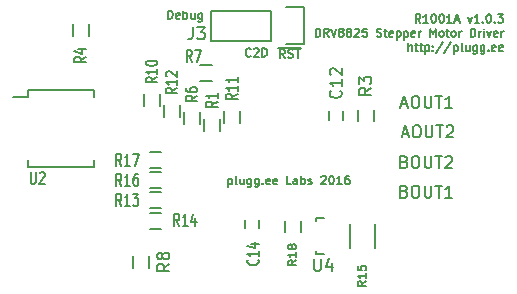
<source format=gbr>
G04 #@! TF.FileFunction,Legend,Top*
%FSLAX46Y46*%
G04 Gerber Fmt 4.6, Leading zero omitted, Abs format (unit mm)*
G04 Created by KiCad (PCBNEW 4.0.3+e1-6302~38~ubuntu14.04.1-stable) date Fri Dec  9 13:09:20 2016*
%MOMM*%
%LPD*%
G01*
G04 APERTURE LIST*
%ADD10C,0.100000*%
%ADD11C,0.150000*%
%ADD12C,0.200000*%
G04 APERTURE END LIST*
D10*
D11*
X150791667Y-74416667D02*
X150558333Y-74083333D01*
X150391667Y-74416667D02*
X150391667Y-73716667D01*
X150658333Y-73716667D01*
X150725000Y-73750000D01*
X150758333Y-73783333D01*
X150791667Y-73850000D01*
X150791667Y-73950000D01*
X150758333Y-74016667D01*
X150725000Y-74050000D01*
X150658333Y-74083333D01*
X150391667Y-74083333D01*
X151058333Y-74383333D02*
X151158333Y-74416667D01*
X151325000Y-74416667D01*
X151391667Y-74383333D01*
X151425000Y-74350000D01*
X151458333Y-74283333D01*
X151458333Y-74216667D01*
X151425000Y-74150000D01*
X151391667Y-74116667D01*
X151325000Y-74083333D01*
X151191667Y-74050000D01*
X151125000Y-74016667D01*
X151091667Y-73983333D01*
X151058333Y-73916667D01*
X151058333Y-73850000D01*
X151091667Y-73783333D01*
X151125000Y-73750000D01*
X151191667Y-73716667D01*
X151358333Y-73716667D01*
X151458333Y-73750000D01*
X151658334Y-73716667D02*
X152058334Y-73716667D01*
X151858334Y-74416667D02*
X151858334Y-73716667D01*
X150225000Y-73596000D02*
X152125000Y-73596000D01*
X147891667Y-74250000D02*
X147858333Y-74283333D01*
X147758333Y-74316667D01*
X147691667Y-74316667D01*
X147591667Y-74283333D01*
X147525000Y-74216667D01*
X147491667Y-74150000D01*
X147458333Y-74016667D01*
X147458333Y-73916667D01*
X147491667Y-73783333D01*
X147525000Y-73716667D01*
X147591667Y-73650000D01*
X147691667Y-73616667D01*
X147758333Y-73616667D01*
X147858333Y-73650000D01*
X147891667Y-73683333D01*
X148158333Y-73683333D02*
X148191667Y-73650000D01*
X148258333Y-73616667D01*
X148425000Y-73616667D01*
X148491667Y-73650000D01*
X148525000Y-73683333D01*
X148558333Y-73750000D01*
X148558333Y-73816667D01*
X148525000Y-73916667D01*
X148125000Y-74316667D01*
X148558333Y-74316667D01*
X148858334Y-74316667D02*
X148858334Y-73616667D01*
X149025000Y-73616667D01*
X149125000Y-73650000D01*
X149191667Y-73716667D01*
X149225000Y-73783333D01*
X149258334Y-73916667D01*
X149258334Y-74016667D01*
X149225000Y-74150000D01*
X149191667Y-74216667D01*
X149125000Y-74283333D01*
X149025000Y-74316667D01*
X148858334Y-74316667D01*
X140891667Y-71116667D02*
X140891667Y-70416667D01*
X141058333Y-70416667D01*
X141158333Y-70450000D01*
X141225000Y-70516667D01*
X141258333Y-70583333D01*
X141291667Y-70716667D01*
X141291667Y-70816667D01*
X141258333Y-70950000D01*
X141225000Y-71016667D01*
X141158333Y-71083333D01*
X141058333Y-71116667D01*
X140891667Y-71116667D01*
X141858333Y-71083333D02*
X141791667Y-71116667D01*
X141658333Y-71116667D01*
X141591667Y-71083333D01*
X141558333Y-71016667D01*
X141558333Y-70750000D01*
X141591667Y-70683333D01*
X141658333Y-70650000D01*
X141791667Y-70650000D01*
X141858333Y-70683333D01*
X141891667Y-70750000D01*
X141891667Y-70816667D01*
X141558333Y-70883333D01*
X142191667Y-71116667D02*
X142191667Y-70416667D01*
X142191667Y-70683333D02*
X142258333Y-70650000D01*
X142391667Y-70650000D01*
X142458333Y-70683333D01*
X142491667Y-70716667D01*
X142525000Y-70783333D01*
X142525000Y-70983333D01*
X142491667Y-71050000D01*
X142458333Y-71083333D01*
X142391667Y-71116667D01*
X142258333Y-71116667D01*
X142191667Y-71083333D01*
X143125000Y-70650000D02*
X143125000Y-71116667D01*
X142825000Y-70650000D02*
X142825000Y-71016667D01*
X142858333Y-71083333D01*
X142925000Y-71116667D01*
X143025000Y-71116667D01*
X143091666Y-71083333D01*
X143125000Y-71050000D01*
X143758333Y-70650000D02*
X143758333Y-71216667D01*
X143724999Y-71283333D01*
X143691666Y-71316667D01*
X143624999Y-71350000D01*
X143524999Y-71350000D01*
X143458333Y-71316667D01*
X143758333Y-71083333D02*
X143691666Y-71116667D01*
X143558333Y-71116667D01*
X143491666Y-71083333D01*
X143458333Y-71050000D01*
X143424999Y-70983333D01*
X143424999Y-70783333D01*
X143458333Y-70716667D01*
X143491666Y-70683333D01*
X143558333Y-70650000D01*
X143691666Y-70650000D01*
X143758333Y-70683333D01*
D12*
X160886905Y-85728571D02*
X161029762Y-85776190D01*
X161077381Y-85823810D01*
X161125000Y-85919048D01*
X161125000Y-86061905D01*
X161077381Y-86157143D01*
X161029762Y-86204762D01*
X160934524Y-86252381D01*
X160553571Y-86252381D01*
X160553571Y-85252381D01*
X160886905Y-85252381D01*
X160982143Y-85300000D01*
X161029762Y-85347619D01*
X161077381Y-85442857D01*
X161077381Y-85538095D01*
X161029762Y-85633333D01*
X160982143Y-85680952D01*
X160886905Y-85728571D01*
X160553571Y-85728571D01*
X161744047Y-85252381D02*
X161934524Y-85252381D01*
X162029762Y-85300000D01*
X162125000Y-85395238D01*
X162172619Y-85585714D01*
X162172619Y-85919048D01*
X162125000Y-86109524D01*
X162029762Y-86204762D01*
X161934524Y-86252381D01*
X161744047Y-86252381D01*
X161648809Y-86204762D01*
X161553571Y-86109524D01*
X161505952Y-85919048D01*
X161505952Y-85585714D01*
X161553571Y-85395238D01*
X161648809Y-85300000D01*
X161744047Y-85252381D01*
X162601190Y-85252381D02*
X162601190Y-86061905D01*
X162648809Y-86157143D01*
X162696428Y-86204762D01*
X162791666Y-86252381D01*
X162982143Y-86252381D01*
X163077381Y-86204762D01*
X163125000Y-86157143D01*
X163172619Y-86061905D01*
X163172619Y-85252381D01*
X163505952Y-85252381D02*
X164077381Y-85252381D01*
X163791666Y-86252381D02*
X163791666Y-85252381D01*
X164934524Y-86252381D02*
X164363095Y-86252381D01*
X164648809Y-86252381D02*
X164648809Y-85252381D01*
X164553571Y-85395238D01*
X164458333Y-85490476D01*
X164363095Y-85538095D01*
X160886905Y-83228571D02*
X161029762Y-83276190D01*
X161077381Y-83323810D01*
X161125000Y-83419048D01*
X161125000Y-83561905D01*
X161077381Y-83657143D01*
X161029762Y-83704762D01*
X160934524Y-83752381D01*
X160553571Y-83752381D01*
X160553571Y-82752381D01*
X160886905Y-82752381D01*
X160982143Y-82800000D01*
X161029762Y-82847619D01*
X161077381Y-82942857D01*
X161077381Y-83038095D01*
X161029762Y-83133333D01*
X160982143Y-83180952D01*
X160886905Y-83228571D01*
X160553571Y-83228571D01*
X161744047Y-82752381D02*
X161934524Y-82752381D01*
X162029762Y-82800000D01*
X162125000Y-82895238D01*
X162172619Y-83085714D01*
X162172619Y-83419048D01*
X162125000Y-83609524D01*
X162029762Y-83704762D01*
X161934524Y-83752381D01*
X161744047Y-83752381D01*
X161648809Y-83704762D01*
X161553571Y-83609524D01*
X161505952Y-83419048D01*
X161505952Y-83085714D01*
X161553571Y-82895238D01*
X161648809Y-82800000D01*
X161744047Y-82752381D01*
X162601190Y-82752381D02*
X162601190Y-83561905D01*
X162648809Y-83657143D01*
X162696428Y-83704762D01*
X162791666Y-83752381D01*
X162982143Y-83752381D01*
X163077381Y-83704762D01*
X163125000Y-83657143D01*
X163172619Y-83561905D01*
X163172619Y-82752381D01*
X163505952Y-82752381D02*
X164077381Y-82752381D01*
X163791666Y-83752381D02*
X163791666Y-82752381D01*
X164363095Y-82847619D02*
X164410714Y-82800000D01*
X164505952Y-82752381D01*
X164744048Y-82752381D01*
X164839286Y-82800000D01*
X164886905Y-82847619D01*
X164934524Y-82942857D01*
X164934524Y-83038095D01*
X164886905Y-83180952D01*
X164315476Y-83752381D01*
X164934524Y-83752381D01*
X160748809Y-80866667D02*
X161225000Y-80866667D01*
X160653571Y-81152381D02*
X160986904Y-80152381D01*
X161320238Y-81152381D01*
X161844047Y-80152381D02*
X162034524Y-80152381D01*
X162129762Y-80200000D01*
X162225000Y-80295238D01*
X162272619Y-80485714D01*
X162272619Y-80819048D01*
X162225000Y-81009524D01*
X162129762Y-81104762D01*
X162034524Y-81152381D01*
X161844047Y-81152381D01*
X161748809Y-81104762D01*
X161653571Y-81009524D01*
X161605952Y-80819048D01*
X161605952Y-80485714D01*
X161653571Y-80295238D01*
X161748809Y-80200000D01*
X161844047Y-80152381D01*
X162701190Y-80152381D02*
X162701190Y-80961905D01*
X162748809Y-81057143D01*
X162796428Y-81104762D01*
X162891666Y-81152381D01*
X163082143Y-81152381D01*
X163177381Y-81104762D01*
X163225000Y-81057143D01*
X163272619Y-80961905D01*
X163272619Y-80152381D01*
X163605952Y-80152381D02*
X164177381Y-80152381D01*
X163891666Y-81152381D02*
X163891666Y-80152381D01*
X164463095Y-80247619D02*
X164510714Y-80200000D01*
X164605952Y-80152381D01*
X164844048Y-80152381D01*
X164939286Y-80200000D01*
X164986905Y-80247619D01*
X165034524Y-80342857D01*
X165034524Y-80438095D01*
X164986905Y-80580952D01*
X164415476Y-81152381D01*
X165034524Y-81152381D01*
X160648809Y-78366667D02*
X161125000Y-78366667D01*
X160553571Y-78652381D02*
X160886904Y-77652381D01*
X161220238Y-78652381D01*
X161744047Y-77652381D02*
X161934524Y-77652381D01*
X162029762Y-77700000D01*
X162125000Y-77795238D01*
X162172619Y-77985714D01*
X162172619Y-78319048D01*
X162125000Y-78509524D01*
X162029762Y-78604762D01*
X161934524Y-78652381D01*
X161744047Y-78652381D01*
X161648809Y-78604762D01*
X161553571Y-78509524D01*
X161505952Y-78319048D01*
X161505952Y-77985714D01*
X161553571Y-77795238D01*
X161648809Y-77700000D01*
X161744047Y-77652381D01*
X162601190Y-77652381D02*
X162601190Y-78461905D01*
X162648809Y-78557143D01*
X162696428Y-78604762D01*
X162791666Y-78652381D01*
X162982143Y-78652381D01*
X163077381Y-78604762D01*
X163125000Y-78557143D01*
X163172619Y-78461905D01*
X163172619Y-77652381D01*
X163505952Y-77652381D02*
X164077381Y-77652381D01*
X163791666Y-78652381D02*
X163791666Y-77652381D01*
X164934524Y-78652381D02*
X164363095Y-78652381D01*
X164648809Y-78652381D02*
X164648809Y-77652381D01*
X164553571Y-77795238D01*
X164458333Y-77890476D01*
X164363095Y-77938095D01*
D11*
X145991667Y-84650000D02*
X145991667Y-85350000D01*
X145991667Y-84683333D02*
X146058333Y-84650000D01*
X146191667Y-84650000D01*
X146258333Y-84683333D01*
X146291667Y-84716667D01*
X146325000Y-84783333D01*
X146325000Y-84983333D01*
X146291667Y-85050000D01*
X146258333Y-85083333D01*
X146191667Y-85116667D01*
X146058333Y-85116667D01*
X145991667Y-85083333D01*
X146725000Y-85116667D02*
X146658333Y-85083333D01*
X146625000Y-85016667D01*
X146625000Y-84416667D01*
X147291667Y-84650000D02*
X147291667Y-85116667D01*
X146991667Y-84650000D02*
X146991667Y-85016667D01*
X147025000Y-85083333D01*
X147091667Y-85116667D01*
X147191667Y-85116667D01*
X147258333Y-85083333D01*
X147291667Y-85050000D01*
X147925000Y-84650000D02*
X147925000Y-85216667D01*
X147891666Y-85283333D01*
X147858333Y-85316667D01*
X147791666Y-85350000D01*
X147691666Y-85350000D01*
X147625000Y-85316667D01*
X147925000Y-85083333D02*
X147858333Y-85116667D01*
X147725000Y-85116667D01*
X147658333Y-85083333D01*
X147625000Y-85050000D01*
X147591666Y-84983333D01*
X147591666Y-84783333D01*
X147625000Y-84716667D01*
X147658333Y-84683333D01*
X147725000Y-84650000D01*
X147858333Y-84650000D01*
X147925000Y-84683333D01*
X148558333Y-84650000D02*
X148558333Y-85216667D01*
X148524999Y-85283333D01*
X148491666Y-85316667D01*
X148424999Y-85350000D01*
X148324999Y-85350000D01*
X148258333Y-85316667D01*
X148558333Y-85083333D02*
X148491666Y-85116667D01*
X148358333Y-85116667D01*
X148291666Y-85083333D01*
X148258333Y-85050000D01*
X148224999Y-84983333D01*
X148224999Y-84783333D01*
X148258333Y-84716667D01*
X148291666Y-84683333D01*
X148358333Y-84650000D01*
X148491666Y-84650000D01*
X148558333Y-84683333D01*
X148891666Y-85050000D02*
X148924999Y-85083333D01*
X148891666Y-85116667D01*
X148858332Y-85083333D01*
X148891666Y-85050000D01*
X148891666Y-85116667D01*
X149491665Y-85083333D02*
X149424999Y-85116667D01*
X149291665Y-85116667D01*
X149224999Y-85083333D01*
X149191665Y-85016667D01*
X149191665Y-84750000D01*
X149224999Y-84683333D01*
X149291665Y-84650000D01*
X149424999Y-84650000D01*
X149491665Y-84683333D01*
X149524999Y-84750000D01*
X149524999Y-84816667D01*
X149191665Y-84883333D01*
X150091665Y-85083333D02*
X150024999Y-85116667D01*
X149891665Y-85116667D01*
X149824999Y-85083333D01*
X149791665Y-85016667D01*
X149791665Y-84750000D01*
X149824999Y-84683333D01*
X149891665Y-84650000D01*
X150024999Y-84650000D01*
X150091665Y-84683333D01*
X150124999Y-84750000D01*
X150124999Y-84816667D01*
X149791665Y-84883333D01*
X151291665Y-85116667D02*
X150958332Y-85116667D01*
X150958332Y-84416667D01*
X151824999Y-85116667D02*
X151824999Y-84750000D01*
X151791665Y-84683333D01*
X151724999Y-84650000D01*
X151591665Y-84650000D01*
X151524999Y-84683333D01*
X151824999Y-85083333D02*
X151758332Y-85116667D01*
X151591665Y-85116667D01*
X151524999Y-85083333D01*
X151491665Y-85016667D01*
X151491665Y-84950000D01*
X151524999Y-84883333D01*
X151591665Y-84850000D01*
X151758332Y-84850000D01*
X151824999Y-84816667D01*
X152158332Y-85116667D02*
X152158332Y-84416667D01*
X152158332Y-84683333D02*
X152224998Y-84650000D01*
X152358332Y-84650000D01*
X152424998Y-84683333D01*
X152458332Y-84716667D01*
X152491665Y-84783333D01*
X152491665Y-84983333D01*
X152458332Y-85050000D01*
X152424998Y-85083333D01*
X152358332Y-85116667D01*
X152224998Y-85116667D01*
X152158332Y-85083333D01*
X152758331Y-85083333D02*
X152824998Y-85116667D01*
X152958331Y-85116667D01*
X153024998Y-85083333D01*
X153058331Y-85016667D01*
X153058331Y-84983333D01*
X153024998Y-84916667D01*
X152958331Y-84883333D01*
X152858331Y-84883333D01*
X152791665Y-84850000D01*
X152758331Y-84783333D01*
X152758331Y-84750000D01*
X152791665Y-84683333D01*
X152858331Y-84650000D01*
X152958331Y-84650000D01*
X153024998Y-84683333D01*
X153858331Y-84483333D02*
X153891665Y-84450000D01*
X153958331Y-84416667D01*
X154124998Y-84416667D01*
X154191665Y-84450000D01*
X154224998Y-84483333D01*
X154258331Y-84550000D01*
X154258331Y-84616667D01*
X154224998Y-84716667D01*
X153824998Y-85116667D01*
X154258331Y-85116667D01*
X154691665Y-84416667D02*
X154758332Y-84416667D01*
X154824998Y-84450000D01*
X154858332Y-84483333D01*
X154891665Y-84550000D01*
X154924998Y-84683333D01*
X154924998Y-84850000D01*
X154891665Y-84983333D01*
X154858332Y-85050000D01*
X154824998Y-85083333D01*
X154758332Y-85116667D01*
X154691665Y-85116667D01*
X154624998Y-85083333D01*
X154591665Y-85050000D01*
X154558332Y-84983333D01*
X154524998Y-84850000D01*
X154524998Y-84683333D01*
X154558332Y-84550000D01*
X154591665Y-84483333D01*
X154624998Y-84450000D01*
X154691665Y-84416667D01*
X155591665Y-85116667D02*
X155191665Y-85116667D01*
X155391665Y-85116667D02*
X155391665Y-84416667D01*
X155324999Y-84516667D01*
X155258332Y-84583333D01*
X155191665Y-84616667D01*
X156191666Y-84416667D02*
X156058332Y-84416667D01*
X155991666Y-84450000D01*
X155958332Y-84483333D01*
X155891666Y-84583333D01*
X155858332Y-84716667D01*
X155858332Y-84983333D01*
X155891666Y-85050000D01*
X155924999Y-85083333D01*
X155991666Y-85116667D01*
X156124999Y-85116667D01*
X156191666Y-85083333D01*
X156224999Y-85050000D01*
X156258332Y-84983333D01*
X156258332Y-84816667D01*
X156224999Y-84750000D01*
X156191666Y-84716667D01*
X156124999Y-84683333D01*
X155991666Y-84683333D01*
X155924999Y-84716667D01*
X155891666Y-84750000D01*
X155858332Y-84816667D01*
X162241666Y-71441667D02*
X162008332Y-71108333D01*
X161841666Y-71441667D02*
X161841666Y-70741667D01*
X162108332Y-70741667D01*
X162174999Y-70775000D01*
X162208332Y-70808333D01*
X162241666Y-70875000D01*
X162241666Y-70975000D01*
X162208332Y-71041667D01*
X162174999Y-71075000D01*
X162108332Y-71108333D01*
X161841666Y-71108333D01*
X162908332Y-71441667D02*
X162508332Y-71441667D01*
X162708332Y-71441667D02*
X162708332Y-70741667D01*
X162641666Y-70841667D01*
X162574999Y-70908333D01*
X162508332Y-70941667D01*
X163341666Y-70741667D02*
X163408333Y-70741667D01*
X163474999Y-70775000D01*
X163508333Y-70808333D01*
X163541666Y-70875000D01*
X163574999Y-71008333D01*
X163574999Y-71175000D01*
X163541666Y-71308333D01*
X163508333Y-71375000D01*
X163474999Y-71408333D01*
X163408333Y-71441667D01*
X163341666Y-71441667D01*
X163274999Y-71408333D01*
X163241666Y-71375000D01*
X163208333Y-71308333D01*
X163174999Y-71175000D01*
X163174999Y-71008333D01*
X163208333Y-70875000D01*
X163241666Y-70808333D01*
X163274999Y-70775000D01*
X163341666Y-70741667D01*
X164008333Y-70741667D02*
X164075000Y-70741667D01*
X164141666Y-70775000D01*
X164175000Y-70808333D01*
X164208333Y-70875000D01*
X164241666Y-71008333D01*
X164241666Y-71175000D01*
X164208333Y-71308333D01*
X164175000Y-71375000D01*
X164141666Y-71408333D01*
X164075000Y-71441667D01*
X164008333Y-71441667D01*
X163941666Y-71408333D01*
X163908333Y-71375000D01*
X163875000Y-71308333D01*
X163841666Y-71175000D01*
X163841666Y-71008333D01*
X163875000Y-70875000D01*
X163908333Y-70808333D01*
X163941666Y-70775000D01*
X164008333Y-70741667D01*
X164908333Y-71441667D02*
X164508333Y-71441667D01*
X164708333Y-71441667D02*
X164708333Y-70741667D01*
X164641667Y-70841667D01*
X164575000Y-70908333D01*
X164508333Y-70941667D01*
X165175000Y-71241667D02*
X165508334Y-71241667D01*
X165108334Y-71441667D02*
X165341667Y-70741667D01*
X165575000Y-71441667D01*
X166275000Y-70975000D02*
X166441667Y-71441667D01*
X166608333Y-70975000D01*
X167241666Y-71441667D02*
X166841666Y-71441667D01*
X167041666Y-71441667D02*
X167041666Y-70741667D01*
X166975000Y-70841667D01*
X166908333Y-70908333D01*
X166841666Y-70941667D01*
X167541667Y-71375000D02*
X167575000Y-71408333D01*
X167541667Y-71441667D01*
X167508333Y-71408333D01*
X167541667Y-71375000D01*
X167541667Y-71441667D01*
X168008333Y-70741667D02*
X168075000Y-70741667D01*
X168141666Y-70775000D01*
X168175000Y-70808333D01*
X168208333Y-70875000D01*
X168241666Y-71008333D01*
X168241666Y-71175000D01*
X168208333Y-71308333D01*
X168175000Y-71375000D01*
X168141666Y-71408333D01*
X168075000Y-71441667D01*
X168008333Y-71441667D01*
X167941666Y-71408333D01*
X167908333Y-71375000D01*
X167875000Y-71308333D01*
X167841666Y-71175000D01*
X167841666Y-71008333D01*
X167875000Y-70875000D01*
X167908333Y-70808333D01*
X167941666Y-70775000D01*
X168008333Y-70741667D01*
X168541667Y-71375000D02*
X168575000Y-71408333D01*
X168541667Y-71441667D01*
X168508333Y-71408333D01*
X168541667Y-71375000D01*
X168541667Y-71441667D01*
X168808333Y-70741667D02*
X169241666Y-70741667D01*
X169008333Y-71008333D01*
X169108333Y-71008333D01*
X169175000Y-71041667D01*
X169208333Y-71075000D01*
X169241666Y-71141667D01*
X169241666Y-71308333D01*
X169208333Y-71375000D01*
X169175000Y-71408333D01*
X169108333Y-71441667D01*
X168908333Y-71441667D01*
X168841666Y-71408333D01*
X168808333Y-71375000D01*
X153375003Y-72641667D02*
X153375003Y-71941667D01*
X153541669Y-71941667D01*
X153641669Y-71975000D01*
X153708336Y-72041667D01*
X153741669Y-72108333D01*
X153775003Y-72241667D01*
X153775003Y-72341667D01*
X153741669Y-72475000D01*
X153708336Y-72541667D01*
X153641669Y-72608333D01*
X153541669Y-72641667D01*
X153375003Y-72641667D01*
X154475003Y-72641667D02*
X154241669Y-72308333D01*
X154075003Y-72641667D02*
X154075003Y-71941667D01*
X154341669Y-71941667D01*
X154408336Y-71975000D01*
X154441669Y-72008333D01*
X154475003Y-72075000D01*
X154475003Y-72175000D01*
X154441669Y-72241667D01*
X154408336Y-72275000D01*
X154341669Y-72308333D01*
X154075003Y-72308333D01*
X154675003Y-71941667D02*
X154908336Y-72641667D01*
X155141669Y-71941667D01*
X155475003Y-72241667D02*
X155408336Y-72208333D01*
X155375003Y-72175000D01*
X155341669Y-72108333D01*
X155341669Y-72075000D01*
X155375003Y-72008333D01*
X155408336Y-71975000D01*
X155475003Y-71941667D01*
X155608336Y-71941667D01*
X155675003Y-71975000D01*
X155708336Y-72008333D01*
X155741669Y-72075000D01*
X155741669Y-72108333D01*
X155708336Y-72175000D01*
X155675003Y-72208333D01*
X155608336Y-72241667D01*
X155475003Y-72241667D01*
X155408336Y-72275000D01*
X155375003Y-72308333D01*
X155341669Y-72375000D01*
X155341669Y-72508333D01*
X155375003Y-72575000D01*
X155408336Y-72608333D01*
X155475003Y-72641667D01*
X155608336Y-72641667D01*
X155675003Y-72608333D01*
X155708336Y-72575000D01*
X155741669Y-72508333D01*
X155741669Y-72375000D01*
X155708336Y-72308333D01*
X155675003Y-72275000D01*
X155608336Y-72241667D01*
X156141670Y-72241667D02*
X156075003Y-72208333D01*
X156041670Y-72175000D01*
X156008336Y-72108333D01*
X156008336Y-72075000D01*
X156041670Y-72008333D01*
X156075003Y-71975000D01*
X156141670Y-71941667D01*
X156275003Y-71941667D01*
X156341670Y-71975000D01*
X156375003Y-72008333D01*
X156408336Y-72075000D01*
X156408336Y-72108333D01*
X156375003Y-72175000D01*
X156341670Y-72208333D01*
X156275003Y-72241667D01*
X156141670Y-72241667D01*
X156075003Y-72275000D01*
X156041670Y-72308333D01*
X156008336Y-72375000D01*
X156008336Y-72508333D01*
X156041670Y-72575000D01*
X156075003Y-72608333D01*
X156141670Y-72641667D01*
X156275003Y-72641667D01*
X156341670Y-72608333D01*
X156375003Y-72575000D01*
X156408336Y-72508333D01*
X156408336Y-72375000D01*
X156375003Y-72308333D01*
X156341670Y-72275000D01*
X156275003Y-72241667D01*
X156675003Y-72008333D02*
X156708337Y-71975000D01*
X156775003Y-71941667D01*
X156941670Y-71941667D01*
X157008337Y-71975000D01*
X157041670Y-72008333D01*
X157075003Y-72075000D01*
X157075003Y-72141667D01*
X157041670Y-72241667D01*
X156641670Y-72641667D01*
X157075003Y-72641667D01*
X157708337Y-71941667D02*
X157375004Y-71941667D01*
X157341670Y-72275000D01*
X157375004Y-72241667D01*
X157441670Y-72208333D01*
X157608337Y-72208333D01*
X157675004Y-72241667D01*
X157708337Y-72275000D01*
X157741670Y-72341667D01*
X157741670Y-72508333D01*
X157708337Y-72575000D01*
X157675004Y-72608333D01*
X157608337Y-72641667D01*
X157441670Y-72641667D01*
X157375004Y-72608333D01*
X157341670Y-72575000D01*
X158541670Y-72608333D02*
X158641670Y-72641667D01*
X158808337Y-72641667D01*
X158875004Y-72608333D01*
X158908337Y-72575000D01*
X158941670Y-72508333D01*
X158941670Y-72441667D01*
X158908337Y-72375000D01*
X158875004Y-72341667D01*
X158808337Y-72308333D01*
X158675004Y-72275000D01*
X158608337Y-72241667D01*
X158575004Y-72208333D01*
X158541670Y-72141667D01*
X158541670Y-72075000D01*
X158575004Y-72008333D01*
X158608337Y-71975000D01*
X158675004Y-71941667D01*
X158841670Y-71941667D01*
X158941670Y-71975000D01*
X159141671Y-72175000D02*
X159408337Y-72175000D01*
X159241671Y-71941667D02*
X159241671Y-72541667D01*
X159275004Y-72608333D01*
X159341671Y-72641667D01*
X159408337Y-72641667D01*
X159908337Y-72608333D02*
X159841671Y-72641667D01*
X159708337Y-72641667D01*
X159641671Y-72608333D01*
X159608337Y-72541667D01*
X159608337Y-72275000D01*
X159641671Y-72208333D01*
X159708337Y-72175000D01*
X159841671Y-72175000D01*
X159908337Y-72208333D01*
X159941671Y-72275000D01*
X159941671Y-72341667D01*
X159608337Y-72408333D01*
X160241671Y-72175000D02*
X160241671Y-72875000D01*
X160241671Y-72208333D02*
X160308337Y-72175000D01*
X160441671Y-72175000D01*
X160508337Y-72208333D01*
X160541671Y-72241667D01*
X160575004Y-72308333D01*
X160575004Y-72508333D01*
X160541671Y-72575000D01*
X160508337Y-72608333D01*
X160441671Y-72641667D01*
X160308337Y-72641667D01*
X160241671Y-72608333D01*
X160875004Y-72175000D02*
X160875004Y-72875000D01*
X160875004Y-72208333D02*
X160941670Y-72175000D01*
X161075004Y-72175000D01*
X161141670Y-72208333D01*
X161175004Y-72241667D01*
X161208337Y-72308333D01*
X161208337Y-72508333D01*
X161175004Y-72575000D01*
X161141670Y-72608333D01*
X161075004Y-72641667D01*
X160941670Y-72641667D01*
X160875004Y-72608333D01*
X161775003Y-72608333D02*
X161708337Y-72641667D01*
X161575003Y-72641667D01*
X161508337Y-72608333D01*
X161475003Y-72541667D01*
X161475003Y-72275000D01*
X161508337Y-72208333D01*
X161575003Y-72175000D01*
X161708337Y-72175000D01*
X161775003Y-72208333D01*
X161808337Y-72275000D01*
X161808337Y-72341667D01*
X161475003Y-72408333D01*
X162108337Y-72641667D02*
X162108337Y-72175000D01*
X162108337Y-72308333D02*
X162141670Y-72241667D01*
X162175003Y-72208333D01*
X162241670Y-72175000D01*
X162308337Y-72175000D01*
X163075003Y-72641667D02*
X163075003Y-71941667D01*
X163308336Y-72441667D01*
X163541669Y-71941667D01*
X163541669Y-72641667D01*
X163975003Y-72641667D02*
X163908336Y-72608333D01*
X163875003Y-72575000D01*
X163841669Y-72508333D01*
X163841669Y-72308333D01*
X163875003Y-72241667D01*
X163908336Y-72208333D01*
X163975003Y-72175000D01*
X164075003Y-72175000D01*
X164141669Y-72208333D01*
X164175003Y-72241667D01*
X164208336Y-72308333D01*
X164208336Y-72508333D01*
X164175003Y-72575000D01*
X164141669Y-72608333D01*
X164075003Y-72641667D01*
X163975003Y-72641667D01*
X164408336Y-72175000D02*
X164675002Y-72175000D01*
X164508336Y-71941667D02*
X164508336Y-72541667D01*
X164541669Y-72608333D01*
X164608336Y-72641667D01*
X164675002Y-72641667D01*
X165008336Y-72641667D02*
X164941669Y-72608333D01*
X164908336Y-72575000D01*
X164875002Y-72508333D01*
X164875002Y-72308333D01*
X164908336Y-72241667D01*
X164941669Y-72208333D01*
X165008336Y-72175000D01*
X165108336Y-72175000D01*
X165175002Y-72208333D01*
X165208336Y-72241667D01*
X165241669Y-72308333D01*
X165241669Y-72508333D01*
X165208336Y-72575000D01*
X165175002Y-72608333D01*
X165108336Y-72641667D01*
X165008336Y-72641667D01*
X165541669Y-72641667D02*
X165541669Y-72175000D01*
X165541669Y-72308333D02*
X165575002Y-72241667D01*
X165608335Y-72208333D01*
X165675002Y-72175000D01*
X165741669Y-72175000D01*
X166508335Y-72641667D02*
X166508335Y-71941667D01*
X166675001Y-71941667D01*
X166775001Y-71975000D01*
X166841668Y-72041667D01*
X166875001Y-72108333D01*
X166908335Y-72241667D01*
X166908335Y-72341667D01*
X166875001Y-72475000D01*
X166841668Y-72541667D01*
X166775001Y-72608333D01*
X166675001Y-72641667D01*
X166508335Y-72641667D01*
X167208335Y-72641667D02*
X167208335Y-72175000D01*
X167208335Y-72308333D02*
X167241668Y-72241667D01*
X167275001Y-72208333D01*
X167341668Y-72175000D01*
X167408335Y-72175000D01*
X167641668Y-72641667D02*
X167641668Y-72175000D01*
X167641668Y-71941667D02*
X167608334Y-71975000D01*
X167641668Y-72008333D01*
X167675001Y-71975000D01*
X167641668Y-71941667D01*
X167641668Y-72008333D01*
X167908334Y-72175000D02*
X168075001Y-72641667D01*
X168241667Y-72175000D01*
X168775000Y-72608333D02*
X168708334Y-72641667D01*
X168575000Y-72641667D01*
X168508334Y-72608333D01*
X168475000Y-72541667D01*
X168475000Y-72275000D01*
X168508334Y-72208333D01*
X168575000Y-72175000D01*
X168708334Y-72175000D01*
X168775000Y-72208333D01*
X168808334Y-72275000D01*
X168808334Y-72341667D01*
X168475000Y-72408333D01*
X169108334Y-72641667D02*
X169108334Y-72175000D01*
X169108334Y-72308333D02*
X169141667Y-72241667D01*
X169175000Y-72208333D01*
X169241667Y-72175000D01*
X169308334Y-72175000D01*
X161241670Y-73841667D02*
X161241670Y-73141667D01*
X161541670Y-73841667D02*
X161541670Y-73475000D01*
X161508336Y-73408333D01*
X161441670Y-73375000D01*
X161341670Y-73375000D01*
X161275003Y-73408333D01*
X161241670Y-73441667D01*
X161775003Y-73375000D02*
X162041669Y-73375000D01*
X161875003Y-73141667D02*
X161875003Y-73741667D01*
X161908336Y-73808333D01*
X161975003Y-73841667D01*
X162041669Y-73841667D01*
X162175003Y-73375000D02*
X162441669Y-73375000D01*
X162275003Y-73141667D02*
X162275003Y-73741667D01*
X162308336Y-73808333D01*
X162375003Y-73841667D01*
X162441669Y-73841667D01*
X162675003Y-73375000D02*
X162675003Y-74075000D01*
X162675003Y-73408333D02*
X162741669Y-73375000D01*
X162875003Y-73375000D01*
X162941669Y-73408333D01*
X162975003Y-73441667D01*
X163008336Y-73508333D01*
X163008336Y-73708333D01*
X162975003Y-73775000D01*
X162941669Y-73808333D01*
X162875003Y-73841667D01*
X162741669Y-73841667D01*
X162675003Y-73808333D01*
X163308336Y-73775000D02*
X163341669Y-73808333D01*
X163308336Y-73841667D01*
X163275002Y-73808333D01*
X163308336Y-73775000D01*
X163308336Y-73841667D01*
X163308336Y-73408333D02*
X163341669Y-73441667D01*
X163308336Y-73475000D01*
X163275002Y-73441667D01*
X163308336Y-73408333D01*
X163308336Y-73475000D01*
X164141669Y-73108333D02*
X163541669Y-74008333D01*
X164875002Y-73108333D02*
X164275002Y-74008333D01*
X165108335Y-73375000D02*
X165108335Y-74075000D01*
X165108335Y-73408333D02*
X165175001Y-73375000D01*
X165308335Y-73375000D01*
X165375001Y-73408333D01*
X165408335Y-73441667D01*
X165441668Y-73508333D01*
X165441668Y-73708333D01*
X165408335Y-73775000D01*
X165375001Y-73808333D01*
X165308335Y-73841667D01*
X165175001Y-73841667D01*
X165108335Y-73808333D01*
X165841668Y-73841667D02*
X165775001Y-73808333D01*
X165741668Y-73741667D01*
X165741668Y-73141667D01*
X166408335Y-73375000D02*
X166408335Y-73841667D01*
X166108335Y-73375000D02*
X166108335Y-73741667D01*
X166141668Y-73808333D01*
X166208335Y-73841667D01*
X166308335Y-73841667D01*
X166375001Y-73808333D01*
X166408335Y-73775000D01*
X167041668Y-73375000D02*
X167041668Y-73941667D01*
X167008334Y-74008333D01*
X166975001Y-74041667D01*
X166908334Y-74075000D01*
X166808334Y-74075000D01*
X166741668Y-74041667D01*
X167041668Y-73808333D02*
X166975001Y-73841667D01*
X166841668Y-73841667D01*
X166775001Y-73808333D01*
X166741668Y-73775000D01*
X166708334Y-73708333D01*
X166708334Y-73508333D01*
X166741668Y-73441667D01*
X166775001Y-73408333D01*
X166841668Y-73375000D01*
X166975001Y-73375000D01*
X167041668Y-73408333D01*
X167675001Y-73375000D02*
X167675001Y-73941667D01*
X167641667Y-74008333D01*
X167608334Y-74041667D01*
X167541667Y-74075000D01*
X167441667Y-74075000D01*
X167375001Y-74041667D01*
X167675001Y-73808333D02*
X167608334Y-73841667D01*
X167475001Y-73841667D01*
X167408334Y-73808333D01*
X167375001Y-73775000D01*
X167341667Y-73708333D01*
X167341667Y-73508333D01*
X167375001Y-73441667D01*
X167408334Y-73408333D01*
X167475001Y-73375000D01*
X167608334Y-73375000D01*
X167675001Y-73408333D01*
X168008334Y-73775000D02*
X168041667Y-73808333D01*
X168008334Y-73841667D01*
X167975000Y-73808333D01*
X168008334Y-73775000D01*
X168008334Y-73841667D01*
X168608333Y-73808333D02*
X168541667Y-73841667D01*
X168408333Y-73841667D01*
X168341667Y-73808333D01*
X168308333Y-73741667D01*
X168308333Y-73475000D01*
X168341667Y-73408333D01*
X168408333Y-73375000D01*
X168541667Y-73375000D01*
X168608333Y-73408333D01*
X168641667Y-73475000D01*
X168641667Y-73541667D01*
X168308333Y-73608333D01*
X169208333Y-73808333D02*
X169141667Y-73841667D01*
X169008333Y-73841667D01*
X168941667Y-73808333D01*
X168908333Y-73741667D01*
X168908333Y-73475000D01*
X168941667Y-73408333D01*
X169008333Y-73375000D01*
X169141667Y-73375000D01*
X169208333Y-73408333D01*
X169241667Y-73475000D01*
X169241667Y-73541667D01*
X168908333Y-73608333D01*
X158300000Y-78800000D02*
X158300000Y-79800000D01*
X156950000Y-79800000D02*
X156950000Y-78800000D01*
X154525000Y-79650000D02*
X154525000Y-78950000D01*
X155725000Y-78950000D02*
X155725000Y-79650000D01*
X148625000Y-88150000D02*
X148625000Y-88850000D01*
X147425000Y-88850000D02*
X147425000Y-88150000D01*
X143950000Y-80600000D02*
X143950000Y-79600000D01*
X145300000Y-79600000D02*
X145300000Y-80600000D01*
X144625000Y-76375000D02*
X143625000Y-76375000D01*
X143625000Y-75025000D02*
X144625000Y-75025000D01*
X145650000Y-79900000D02*
X145650000Y-78900000D01*
X147000000Y-78900000D02*
X147000000Y-79900000D01*
X132850000Y-72600000D02*
X132850000Y-71600000D01*
X134200000Y-71600000D02*
X134200000Y-72600000D01*
X129050000Y-77125000D02*
X129050000Y-77700000D01*
X134600000Y-77125000D02*
X134600000Y-77700000D01*
X134600000Y-83675000D02*
X134600000Y-83100000D01*
X129050000Y-83675000D02*
X129050000Y-83100000D01*
X129050000Y-77125000D02*
X134600000Y-77125000D01*
X129050000Y-83675000D02*
X134600000Y-83675000D01*
X129050000Y-77700000D02*
X127775000Y-77700000D01*
X142250000Y-80000000D02*
X142250000Y-79000000D01*
X143600000Y-79000000D02*
X143600000Y-80000000D01*
X138850000Y-78500000D02*
X138850000Y-77500000D01*
X140200000Y-77500000D02*
X140200000Y-78500000D01*
X140550000Y-79400000D02*
X140550000Y-78400000D01*
X141900000Y-78400000D02*
X141900000Y-79400000D01*
X140325000Y-87175000D02*
X139325000Y-87175000D01*
X139325000Y-85825000D02*
X140325000Y-85825000D01*
X140325000Y-88875000D02*
X139325000Y-88875000D01*
X139325000Y-87525000D02*
X140325000Y-87525000D01*
X140325000Y-85475000D02*
X139325000Y-85475000D01*
X139325000Y-84125000D02*
X140325000Y-84125000D01*
X140325000Y-83775000D02*
X139325000Y-83775000D01*
X139325000Y-82425000D02*
X140325000Y-82425000D01*
X137950000Y-92200000D02*
X137950000Y-91200000D01*
X139300000Y-91200000D02*
X139300000Y-92200000D01*
X158400000Y-88500000D02*
X158400000Y-90500000D01*
X156250000Y-90500000D02*
X156250000Y-88500000D01*
X152100000Y-88200000D02*
X152100000Y-89200000D01*
X150750000Y-89200000D02*
X150750000Y-88200000D01*
X153374760Y-88200840D02*
X153374760Y-88249100D01*
X154075800Y-90999820D02*
X153374760Y-90999820D01*
X153374760Y-90999820D02*
X153374760Y-90750900D01*
X153374760Y-88200840D02*
X153374760Y-88000180D01*
X153374760Y-88000180D02*
X154075800Y-88000180D01*
X149595000Y-72970000D02*
X144515000Y-72970000D01*
X149595000Y-70430000D02*
X144515000Y-70430000D01*
X152415000Y-70150000D02*
X150865000Y-70150000D01*
X144515000Y-72970000D02*
X144515000Y-70430000D01*
X149595000Y-70430000D02*
X149595000Y-72970000D01*
X150865000Y-73250000D02*
X152415000Y-73250000D01*
X152415000Y-73250000D02*
X152415000Y-70150000D01*
X158077381Y-76966666D02*
X157601190Y-77300000D01*
X158077381Y-77538095D02*
X157077381Y-77538095D01*
X157077381Y-77157142D01*
X157125000Y-77061904D01*
X157172619Y-77014285D01*
X157267857Y-76966666D01*
X157410714Y-76966666D01*
X157505952Y-77014285D01*
X157553571Y-77061904D01*
X157601190Y-77157142D01*
X157601190Y-77538095D01*
X157077381Y-76633333D02*
X157077381Y-76014285D01*
X157458333Y-76347619D01*
X157458333Y-76204761D01*
X157505952Y-76109523D01*
X157553571Y-76061904D01*
X157648810Y-76014285D01*
X157886905Y-76014285D01*
X157982143Y-76061904D01*
X158029762Y-76109523D01*
X158077381Y-76204761D01*
X158077381Y-76490476D01*
X158029762Y-76585714D01*
X157982143Y-76633333D01*
X155482143Y-77192857D02*
X155529762Y-77240476D01*
X155577381Y-77383333D01*
X155577381Y-77478571D01*
X155529762Y-77621429D01*
X155434524Y-77716667D01*
X155339286Y-77764286D01*
X155148810Y-77811905D01*
X155005952Y-77811905D01*
X154815476Y-77764286D01*
X154720238Y-77716667D01*
X154625000Y-77621429D01*
X154577381Y-77478571D01*
X154577381Y-77383333D01*
X154625000Y-77240476D01*
X154672619Y-77192857D01*
X155577381Y-76240476D02*
X155577381Y-76811905D01*
X155577381Y-76526191D02*
X154577381Y-76526191D01*
X154720238Y-76621429D01*
X154815476Y-76716667D01*
X154863095Y-76811905D01*
X154672619Y-75859524D02*
X154625000Y-75811905D01*
X154577381Y-75716667D01*
X154577381Y-75478571D01*
X154625000Y-75383333D01*
X154672619Y-75335714D01*
X154767857Y-75288095D01*
X154863095Y-75288095D01*
X155005952Y-75335714D01*
X155577381Y-75907143D01*
X155577381Y-75288095D01*
X148482143Y-91507143D02*
X148529762Y-91542857D01*
X148577381Y-91650000D01*
X148577381Y-91721429D01*
X148529762Y-91828572D01*
X148434524Y-91900000D01*
X148339286Y-91935715D01*
X148148810Y-91971429D01*
X148005952Y-91971429D01*
X147815476Y-91935715D01*
X147720238Y-91900000D01*
X147625000Y-91828572D01*
X147577381Y-91721429D01*
X147577381Y-91650000D01*
X147625000Y-91542857D01*
X147672619Y-91507143D01*
X148577381Y-90792857D02*
X148577381Y-91221429D01*
X148577381Y-91007143D02*
X147577381Y-91007143D01*
X147720238Y-91078572D01*
X147815476Y-91150000D01*
X147863095Y-91221429D01*
X147910714Y-90150000D02*
X148577381Y-90150000D01*
X147529762Y-90328571D02*
X148244048Y-90507143D01*
X148244048Y-90042857D01*
X145077381Y-78125000D02*
X144601190Y-78375000D01*
X145077381Y-78553572D02*
X144077381Y-78553572D01*
X144077381Y-78267857D01*
X144125000Y-78196429D01*
X144172619Y-78160714D01*
X144267857Y-78125000D01*
X144410714Y-78125000D01*
X144505952Y-78160714D01*
X144553571Y-78196429D01*
X144601190Y-78267857D01*
X144601190Y-78553572D01*
X145077381Y-77410714D02*
X145077381Y-77839286D01*
X145077381Y-77625000D02*
X144077381Y-77625000D01*
X144220238Y-77696429D01*
X144315476Y-77767857D01*
X144363095Y-77839286D01*
X142900000Y-74752381D02*
X142650000Y-74276190D01*
X142471428Y-74752381D02*
X142471428Y-73752381D01*
X142757143Y-73752381D01*
X142828571Y-73800000D01*
X142864286Y-73847619D01*
X142900000Y-73942857D01*
X142900000Y-74085714D01*
X142864286Y-74180952D01*
X142828571Y-74228571D01*
X142757143Y-74276190D01*
X142471428Y-74276190D01*
X143150000Y-73752381D02*
X143650000Y-73752381D01*
X143328571Y-74752381D01*
X146777381Y-77482143D02*
X146301190Y-77732143D01*
X146777381Y-77910715D02*
X145777381Y-77910715D01*
X145777381Y-77625000D01*
X145825000Y-77553572D01*
X145872619Y-77517857D01*
X145967857Y-77482143D01*
X146110714Y-77482143D01*
X146205952Y-77517857D01*
X146253571Y-77553572D01*
X146301190Y-77625000D01*
X146301190Y-77910715D01*
X146777381Y-76767857D02*
X146777381Y-77196429D01*
X146777381Y-76982143D02*
X145777381Y-76982143D01*
X145920238Y-77053572D01*
X146015476Y-77125000D01*
X146063095Y-77196429D01*
X146777381Y-76053571D02*
X146777381Y-76482143D01*
X146777381Y-76267857D02*
X145777381Y-76267857D01*
X145920238Y-76339286D01*
X146015476Y-76410714D01*
X146063095Y-76482143D01*
X133952381Y-74350000D02*
X133476190Y-74600000D01*
X133952381Y-74778572D02*
X132952381Y-74778572D01*
X132952381Y-74492857D01*
X133000000Y-74421429D01*
X133047619Y-74385714D01*
X133142857Y-74350000D01*
X133285714Y-74350000D01*
X133380952Y-74385714D01*
X133428571Y-74421429D01*
X133476190Y-74492857D01*
X133476190Y-74778572D01*
X133285714Y-73707143D02*
X133952381Y-73707143D01*
X132904762Y-73885714D02*
X133619048Y-74064286D01*
X133619048Y-73600000D01*
X129253571Y-84102381D02*
X129253571Y-84911905D01*
X129289286Y-85007143D01*
X129325000Y-85054762D01*
X129396429Y-85102381D01*
X129539286Y-85102381D01*
X129610714Y-85054762D01*
X129646429Y-85007143D01*
X129682143Y-84911905D01*
X129682143Y-84102381D01*
X130003571Y-84197619D02*
X130039285Y-84150000D01*
X130110714Y-84102381D01*
X130289285Y-84102381D01*
X130360714Y-84150000D01*
X130396428Y-84197619D01*
X130432143Y-84292857D01*
X130432143Y-84388095D01*
X130396428Y-84530952D01*
X129967857Y-85102381D01*
X130432143Y-85102381D01*
X143377381Y-77625000D02*
X142901190Y-77875000D01*
X143377381Y-78053572D02*
X142377381Y-78053572D01*
X142377381Y-77767857D01*
X142425000Y-77696429D01*
X142472619Y-77660714D01*
X142567857Y-77625000D01*
X142710714Y-77625000D01*
X142805952Y-77660714D01*
X142853571Y-77696429D01*
X142901190Y-77767857D01*
X142901190Y-78053572D01*
X142377381Y-76982143D02*
X142377381Y-77125000D01*
X142425000Y-77196429D01*
X142472619Y-77232143D01*
X142615476Y-77303572D01*
X142805952Y-77339286D01*
X143186905Y-77339286D01*
X143282143Y-77303572D01*
X143329762Y-77267857D01*
X143377381Y-77196429D01*
X143377381Y-77053572D01*
X143329762Y-76982143D01*
X143282143Y-76946429D01*
X143186905Y-76910714D01*
X142948810Y-76910714D01*
X142853571Y-76946429D01*
X142805952Y-76982143D01*
X142758333Y-77053572D01*
X142758333Y-77196429D01*
X142805952Y-77267857D01*
X142853571Y-77303572D01*
X142948810Y-77339286D01*
X139977381Y-76082143D02*
X139501190Y-76332143D01*
X139977381Y-76510715D02*
X138977381Y-76510715D01*
X138977381Y-76225000D01*
X139025000Y-76153572D01*
X139072619Y-76117857D01*
X139167857Y-76082143D01*
X139310714Y-76082143D01*
X139405952Y-76117857D01*
X139453571Y-76153572D01*
X139501190Y-76225000D01*
X139501190Y-76510715D01*
X139977381Y-75367857D02*
X139977381Y-75796429D01*
X139977381Y-75582143D02*
X138977381Y-75582143D01*
X139120238Y-75653572D01*
X139215476Y-75725000D01*
X139263095Y-75796429D01*
X138977381Y-74903571D02*
X138977381Y-74832143D01*
X139025000Y-74760714D01*
X139072619Y-74725000D01*
X139167857Y-74689286D01*
X139358333Y-74653571D01*
X139596429Y-74653571D01*
X139786905Y-74689286D01*
X139882143Y-74725000D01*
X139929762Y-74760714D01*
X139977381Y-74832143D01*
X139977381Y-74903571D01*
X139929762Y-74975000D01*
X139882143Y-75010714D01*
X139786905Y-75046429D01*
X139596429Y-75082143D01*
X139358333Y-75082143D01*
X139167857Y-75046429D01*
X139072619Y-75010714D01*
X139025000Y-74975000D01*
X138977381Y-74903571D01*
X141677381Y-76982143D02*
X141201190Y-77232143D01*
X141677381Y-77410715D02*
X140677381Y-77410715D01*
X140677381Y-77125000D01*
X140725000Y-77053572D01*
X140772619Y-77017857D01*
X140867857Y-76982143D01*
X141010714Y-76982143D01*
X141105952Y-77017857D01*
X141153571Y-77053572D01*
X141201190Y-77125000D01*
X141201190Y-77410715D01*
X141677381Y-76267857D02*
X141677381Y-76696429D01*
X141677381Y-76482143D02*
X140677381Y-76482143D01*
X140820238Y-76553572D01*
X140915476Y-76625000D01*
X140963095Y-76696429D01*
X140772619Y-75982143D02*
X140725000Y-75946429D01*
X140677381Y-75875000D01*
X140677381Y-75696429D01*
X140725000Y-75625000D01*
X140772619Y-75589286D01*
X140867857Y-75553571D01*
X140963095Y-75553571D01*
X141105952Y-75589286D01*
X141677381Y-76017857D01*
X141677381Y-75553571D01*
X136942857Y-86952381D02*
X136692857Y-86476190D01*
X136514285Y-86952381D02*
X136514285Y-85952381D01*
X136800000Y-85952381D01*
X136871428Y-86000000D01*
X136907143Y-86047619D01*
X136942857Y-86142857D01*
X136942857Y-86285714D01*
X136907143Y-86380952D01*
X136871428Y-86428571D01*
X136800000Y-86476190D01*
X136514285Y-86476190D01*
X137657143Y-86952381D02*
X137228571Y-86952381D01*
X137442857Y-86952381D02*
X137442857Y-85952381D01*
X137371428Y-86095238D01*
X137300000Y-86190476D01*
X137228571Y-86238095D01*
X137907143Y-85952381D02*
X138371429Y-85952381D01*
X138121429Y-86333333D01*
X138228571Y-86333333D01*
X138300000Y-86380952D01*
X138335714Y-86428571D01*
X138371429Y-86523810D01*
X138371429Y-86761905D01*
X138335714Y-86857143D01*
X138300000Y-86904762D01*
X138228571Y-86952381D01*
X138014286Y-86952381D01*
X137942857Y-86904762D01*
X137907143Y-86857143D01*
X141842857Y-88652381D02*
X141592857Y-88176190D01*
X141414285Y-88652381D02*
X141414285Y-87652381D01*
X141700000Y-87652381D01*
X141771428Y-87700000D01*
X141807143Y-87747619D01*
X141842857Y-87842857D01*
X141842857Y-87985714D01*
X141807143Y-88080952D01*
X141771428Y-88128571D01*
X141700000Y-88176190D01*
X141414285Y-88176190D01*
X142557143Y-88652381D02*
X142128571Y-88652381D01*
X142342857Y-88652381D02*
X142342857Y-87652381D01*
X142271428Y-87795238D01*
X142200000Y-87890476D01*
X142128571Y-87938095D01*
X143200000Y-87985714D02*
X143200000Y-88652381D01*
X143021429Y-87604762D02*
X142842857Y-88319048D01*
X143307143Y-88319048D01*
X136942857Y-85252381D02*
X136692857Y-84776190D01*
X136514285Y-85252381D02*
X136514285Y-84252381D01*
X136800000Y-84252381D01*
X136871428Y-84300000D01*
X136907143Y-84347619D01*
X136942857Y-84442857D01*
X136942857Y-84585714D01*
X136907143Y-84680952D01*
X136871428Y-84728571D01*
X136800000Y-84776190D01*
X136514285Y-84776190D01*
X137657143Y-85252381D02*
X137228571Y-85252381D01*
X137442857Y-85252381D02*
X137442857Y-84252381D01*
X137371428Y-84395238D01*
X137300000Y-84490476D01*
X137228571Y-84538095D01*
X138300000Y-84252381D02*
X138157143Y-84252381D01*
X138085714Y-84300000D01*
X138050000Y-84347619D01*
X137978571Y-84490476D01*
X137942857Y-84680952D01*
X137942857Y-85061905D01*
X137978571Y-85157143D01*
X138014286Y-85204762D01*
X138085714Y-85252381D01*
X138228571Y-85252381D01*
X138300000Y-85204762D01*
X138335714Y-85157143D01*
X138371429Y-85061905D01*
X138371429Y-84823810D01*
X138335714Y-84728571D01*
X138300000Y-84680952D01*
X138228571Y-84633333D01*
X138085714Y-84633333D01*
X138014286Y-84680952D01*
X137978571Y-84728571D01*
X137942857Y-84823810D01*
X136942857Y-83552381D02*
X136692857Y-83076190D01*
X136514285Y-83552381D02*
X136514285Y-82552381D01*
X136800000Y-82552381D01*
X136871428Y-82600000D01*
X136907143Y-82647619D01*
X136942857Y-82742857D01*
X136942857Y-82885714D01*
X136907143Y-82980952D01*
X136871428Y-83028571D01*
X136800000Y-83076190D01*
X136514285Y-83076190D01*
X137657143Y-83552381D02*
X137228571Y-83552381D01*
X137442857Y-83552381D02*
X137442857Y-82552381D01*
X137371428Y-82695238D01*
X137300000Y-82790476D01*
X137228571Y-82838095D01*
X137907143Y-82552381D02*
X138407143Y-82552381D01*
X138085714Y-83552381D01*
X140977381Y-91866666D02*
X140501190Y-92200000D01*
X140977381Y-92438095D02*
X139977381Y-92438095D01*
X139977381Y-92057142D01*
X140025000Y-91961904D01*
X140072619Y-91914285D01*
X140167857Y-91866666D01*
X140310714Y-91866666D01*
X140405952Y-91914285D01*
X140453571Y-91961904D01*
X140501190Y-92057142D01*
X140501190Y-92438095D01*
X140405952Y-91295238D02*
X140358333Y-91390476D01*
X140310714Y-91438095D01*
X140215476Y-91485714D01*
X140167857Y-91485714D01*
X140072619Y-91438095D01*
X140025000Y-91390476D01*
X139977381Y-91295238D01*
X139977381Y-91104761D01*
X140025000Y-91009523D01*
X140072619Y-90961904D01*
X140167857Y-90914285D01*
X140215476Y-90914285D01*
X140310714Y-90961904D01*
X140358333Y-91009523D01*
X140405952Y-91104761D01*
X140405952Y-91295238D01*
X140453571Y-91390476D01*
X140501190Y-91438095D01*
X140596429Y-91485714D01*
X140786905Y-91485714D01*
X140882143Y-91438095D01*
X140929762Y-91390476D01*
X140977381Y-91295238D01*
X140977381Y-91104761D01*
X140929762Y-91009523D01*
X140882143Y-90961904D01*
X140786905Y-90914285D01*
X140596429Y-90914285D01*
X140501190Y-90961904D01*
X140453571Y-91009523D01*
X140405952Y-91104761D01*
X157641667Y-93350000D02*
X157308333Y-93583334D01*
X157641667Y-93750000D02*
X156941667Y-93750000D01*
X156941667Y-93483334D01*
X156975000Y-93416667D01*
X157008333Y-93383334D01*
X157075000Y-93350000D01*
X157175000Y-93350000D01*
X157241667Y-93383334D01*
X157275000Y-93416667D01*
X157308333Y-93483334D01*
X157308333Y-93750000D01*
X157641667Y-92683334D02*
X157641667Y-93083334D01*
X157641667Y-92883334D02*
X156941667Y-92883334D01*
X157041667Y-92950000D01*
X157108333Y-93016667D01*
X157141667Y-93083334D01*
X156941667Y-92050000D02*
X156941667Y-92383333D01*
X157275000Y-92416667D01*
X157241667Y-92383333D01*
X157208333Y-92316667D01*
X157208333Y-92150000D01*
X157241667Y-92083333D01*
X157275000Y-92050000D01*
X157341667Y-92016667D01*
X157508333Y-92016667D01*
X157575000Y-92050000D01*
X157608333Y-92083333D01*
X157641667Y-92150000D01*
X157641667Y-92316667D01*
X157608333Y-92383333D01*
X157575000Y-92416667D01*
X151741667Y-91550000D02*
X151408333Y-91783334D01*
X151741667Y-91950000D02*
X151041667Y-91950000D01*
X151041667Y-91683334D01*
X151075000Y-91616667D01*
X151108333Y-91583334D01*
X151175000Y-91550000D01*
X151275000Y-91550000D01*
X151341667Y-91583334D01*
X151375000Y-91616667D01*
X151408333Y-91683334D01*
X151408333Y-91950000D01*
X151741667Y-90883334D02*
X151741667Y-91283334D01*
X151741667Y-91083334D02*
X151041667Y-91083334D01*
X151141667Y-91150000D01*
X151208333Y-91216667D01*
X151241667Y-91283334D01*
X151341667Y-90483333D02*
X151308333Y-90550000D01*
X151275000Y-90583333D01*
X151208333Y-90616667D01*
X151175000Y-90616667D01*
X151108333Y-90583333D01*
X151075000Y-90550000D01*
X151041667Y-90483333D01*
X151041667Y-90350000D01*
X151075000Y-90283333D01*
X151108333Y-90250000D01*
X151175000Y-90216667D01*
X151208333Y-90216667D01*
X151275000Y-90250000D01*
X151308333Y-90283333D01*
X151341667Y-90350000D01*
X151341667Y-90483333D01*
X151375000Y-90550000D01*
X151408333Y-90583333D01*
X151475000Y-90616667D01*
X151608333Y-90616667D01*
X151675000Y-90583333D01*
X151708333Y-90550000D01*
X151741667Y-90483333D01*
X151741667Y-90350000D01*
X151708333Y-90283333D01*
X151675000Y-90250000D01*
X151608333Y-90216667D01*
X151475000Y-90216667D01*
X151408333Y-90250000D01*
X151375000Y-90283333D01*
X151341667Y-90350000D01*
X153263095Y-91452381D02*
X153263095Y-92261905D01*
X153310714Y-92357143D01*
X153358333Y-92404762D01*
X153453571Y-92452381D01*
X153644048Y-92452381D01*
X153739286Y-92404762D01*
X153786905Y-92357143D01*
X153834524Y-92261905D01*
X153834524Y-91452381D01*
X154739286Y-91785714D02*
X154739286Y-92452381D01*
X154501190Y-91404762D02*
X154263095Y-92119048D01*
X154882143Y-92119048D01*
X142991667Y-71852381D02*
X142991667Y-72566667D01*
X142944047Y-72709524D01*
X142848809Y-72804762D01*
X142705952Y-72852381D01*
X142610714Y-72852381D01*
X143372619Y-71852381D02*
X143991667Y-71852381D01*
X143658333Y-72233333D01*
X143801191Y-72233333D01*
X143896429Y-72280952D01*
X143944048Y-72328571D01*
X143991667Y-72423810D01*
X143991667Y-72661905D01*
X143944048Y-72757143D01*
X143896429Y-72804762D01*
X143801191Y-72852381D01*
X143515476Y-72852381D01*
X143420238Y-72804762D01*
X143372619Y-72757143D01*
M02*

</source>
